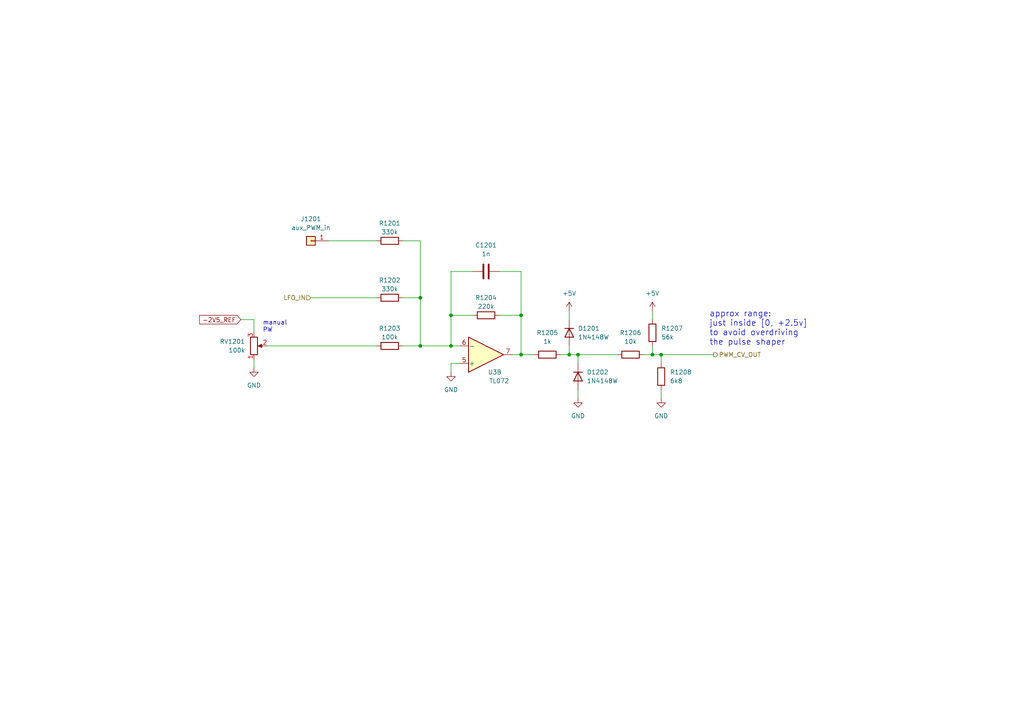
<source format=kicad_sch>
(kicad_sch (version 20211123) (generator eeschema)
  (paper "A4")
  (title_block (title "Micro-Pico Tiny Monosynth") (date "2022-08-18") (rev "0.1") (comment 1 "creativecommons.org/licences/by/4.0") (comment 2 "Licence: CC by 4.0") (comment 3 "Author: Jordan Aceto"))
  (lib_symbols
    (symbol "Amplifier_Operational:TL072" (pin_names (offset 0.127))
      (property "Reference" "U" (at 0 5.08 0))
      (property "Value" "TL072" (at 0 -5.08 0))
      (symbol "TL072_1_1"
        (polyline (pts (xy -5.08 5.08) (xy 5.08 0) (xy -5.08 -5.08) (xy -5.08 5.08)) (stroke (width 0.254)) (fill (type background)))
        (pin output line (at 7.62 0 180) (length 2.54) (name "~") (number "1"))
        (pin input line (at -7.62 -2.54 0) (length 2.54) (name "-") (number "2"))
        (pin input line (at -7.62 2.54 0) (length 2.54) (name "+") (number "3"))
      )
      (symbol "TL072_2_1"
        (polyline (pts (xy -5.08 5.08) (xy 5.08 0) (xy -5.08 -5.08) (xy -5.08 5.08)) (stroke (width 0.254)) (fill (type background)))
        (pin input line (at -7.62 2.54 0) (length 2.54) (name "+") (number "5"))
        (pin input line (at -7.62 -2.54 0) (length 2.54) (name "-") (number "6"))
        (pin output line (at 7.62 0 180) (length 2.54) (name "~") (number "7"))
      )
      (symbol "TL072_3_1"
        (pin power_in line (at -2.54 -7.62 90) (length 3.81) (name "V-") (number "4"))
        (pin power_in line (at -2.54 7.62 270) (length 3.81) (name "V+") (number "8"))
      )
    )
    (symbol "Connector_Generic:Conn_01x01" (pin_names (offset 1.016) hide)
      (property "Reference" "J" (at 0 2.54 0))
      (property "Value" "Conn_01x01" (at 0 -2.54 0))
      (symbol "Conn_01x01_1_1"
        (rectangle (start -1.27 0.127) (end 0 -0.127) (stroke (width 0.1524)))
        (rectangle (start -1.27 1.27) (end 1.27 -1.27) (stroke (width 0.254)) (fill (type background)))
        (pin passive line (at -5.08 0 0) (length 3.81) (name "Pin_1") (number "1"))
      )
    )
    (symbol "Device:C" (pin_numbers hide) (pin_names (offset 0.254))
      (property "Reference" "C" (at 0.635 2.54 0))
      (property "Value" "C" (at 0.635 -2.54 0))
      (symbol "C_0_1"
        (polyline (pts (xy -2.032 -0.762) (xy 2.032 -0.762)) (stroke (width 0.508)))
        (polyline (pts (xy -2.032 0.762) (xy 2.032 0.762)) (stroke (width 0.508)))
      )
      (symbol "C_1_1"
        (pin passive line (at 0 3.81 270) (length 2.794) (name "~") (number "1"))
        (pin passive line (at 0 -3.81 90) (length 2.794) (name "~") (number "2"))
      )
    )
    (symbol "Device:R" (pin_numbers hide) (pin_names (offset 0))
      (property "Reference" "R" (at 2.032 0 90))
      (property "Value" "R" (at 0 0 90))
      (symbol "R_0_1"
        (rectangle (start -1.016 -2.54) (end 1.016 2.54) (stroke (width 0.254)))
      )
      (symbol "R_1_1"
        (pin passive line (at 0 3.81 270) (length 1.27) (name "~") (number "1"))
        (pin passive line (at 0 -3.81 90) (length 1.27) (name "~") (number "2"))
      )
    )
    (symbol "Device:R_Potentiometer" (pin_names (offset 1.016) hide)
      (property "Reference" "RV" (at -4.445 0 90))
      (property "Value" "R_Potentiometer" (at -2.54 0 90))
      (symbol "R_Potentiometer_0_1"
        (polyline (pts (xy 2.54 0) (xy 1.524 0)))
        (polyline (pts (xy 1.143 0) (xy 2.286 0.508) (xy 2.286 -0.508) (xy 1.143 0)) (fill (type outline)))
        (rectangle (start 1.016 2.54) (end -1.016 -2.54) (stroke (width 0.254)))
      )
      (symbol "R_Potentiometer_1_1"
        (pin passive line (at 0 3.81 270) (length 1.27) (name "1") (number "1"))
        (pin passive line (at 3.81 0 180) (length 1.27) (name "2") (number "2"))
        (pin passive line (at 0 -3.81 90) (length 1.27) (name "3") (number "3"))
      )
    )
    (symbol "Diode:1N4148W" (pin_numbers hide) (pin_names (offset 1.016) hide)
      (property "Reference" "D" (at 0 2.54 0))
      (property "Value" "1N4148W" (at 0 -2.54 0))
      (symbol "1N4148W_0_1"
        (polyline (pts (xy -1.27 1.27) (xy -1.27 -1.27)) (stroke (width 0.254)))
        (polyline (pts (xy 1.27 0) (xy -1.27 0)))
        (polyline (pts (xy 1.27 1.27) (xy 1.27 -1.27) (xy -1.27 0) (xy 1.27 1.27)) (stroke (width 0.254)))
      )
      (symbol "1N4148W_1_1"
        (pin passive line (at -3.81 0 0) (length 2.54) (name "K") (number "1"))
        (pin passive line (at 3.81 0 180) (length 2.54) (name "A") (number "2"))
      )
    )
    (symbol "power:+5V" (power) (pin_names (offset 0))
      (property "Value" "+5V" (at 0 3.556 0))
      (symbol "+5V_0_1"
        (polyline (pts (xy -0.762 1.27) (xy 0 2.54)))
        (polyline (pts (xy 0 0) (xy 0 2.54)))
        (polyline (pts (xy 0 2.54) (xy 0.762 1.27)))
      )
      (symbol "+5V_1_1"
        (pin power_in line (at 0 0 90) (length 0) hide (name "+5V") (number "1"))
      )
    )
    (symbol "power:GND" (power) (pin_names (offset 0))
      (property "Value" "GND" (at 0 -3.81 0))
      (symbol "GND_0_1"
        (polyline (pts (xy 0 0) (xy 0 -1.27) (xy 1.27 -1.27) (xy 0 -2.54) (xy -1.27 -1.27) (xy 0 -1.27)))
      )
      (symbol "GND_1_1"
        (pin power_in line (at 0 0 270) (length 0) hide (name "GND") (number "1"))
      )
    )
  )
  (junction (at 121.92 100.33))
  (junction (at 191.77 102.87))
  (junction (at 151.13 102.87))
  (junction (at 165.1 102.87))
  (junction (at 151.13 91.44))
  (junction (at 130.81 91.44))
  (junction (at 167.64 102.87))
  (junction (at 189.23 102.87))
  (junction (at 121.92 86.36))
  (junction (at 130.81 100.33))
  (wire (pts (xy 69.85 92.71) (xy 73.66 92.71)))
  (wire (pts (xy 151.13 78.74) (xy 144.78 78.74)))
  (wire (pts (xy 116.84 86.36) (xy 121.92 86.36)))
  (wire (pts (xy 121.92 100.33) (xy 130.81 100.33)))
  (wire (pts (xy 95.25 69.85) (xy 109.22 69.85)))
  (wire (pts (xy 116.84 100.33) (xy 121.92 100.33)))
  (wire (pts (xy 130.81 78.74) (xy 130.81 91.44)))
  (wire (pts (xy 73.66 106.68) (xy 73.66 104.14)))
  (wire (pts (xy 165.1 100.33) (xy 165.1 102.87)))
  (wire (pts (xy 73.66 92.71) (xy 73.66 96.52)))
  (wire (pts (xy 77.47 100.33) (xy 109.22 100.33)))
  (wire (pts (xy 191.77 113.03) (xy 191.77 115.57)))
  (wire (pts (xy 130.81 91.44) (xy 130.81 100.33)))
  (wire (pts (xy 167.64 105.41) (xy 167.64 102.87)))
  (wire (pts (xy 151.13 102.87) (xy 151.13 91.44)))
  (wire (pts (xy 165.1 90.17) (xy 165.1 92.71)))
  (wire (pts (xy 186.69 102.87) (xy 189.23 102.87)))
  (wire (pts (xy 148.59 102.87) (xy 151.13 102.87)))
  (wire (pts (xy 121.92 69.85) (xy 121.92 86.36)))
  (wire (pts (xy 191.77 102.87) (xy 207.01 102.87)))
  (wire (pts (xy 189.23 100.33) (xy 189.23 102.87)))
  (wire (pts (xy 167.64 102.87) (xy 179.07 102.87)))
  (wire (pts (xy 189.23 90.17) (xy 189.23 92.71)))
  (wire (pts (xy 191.77 102.87) (xy 191.77 105.41)))
  (wire (pts (xy 167.64 113.03) (xy 167.64 115.57)))
  (wire (pts (xy 116.84 69.85) (xy 121.92 69.85)))
  (wire (pts (xy 137.16 91.44) (xy 130.81 91.44)))
  (wire (pts (xy 144.78 91.44) (xy 151.13 91.44)))
  (wire (pts (xy 130.81 107.95) (xy 130.81 105.41)))
  (wire (pts (xy 167.64 102.87) (xy 165.1 102.87)))
  (wire (pts (xy 90.17 86.36) (xy 109.22 86.36)))
  (wire (pts (xy 151.13 102.87) (xy 154.94 102.87)))
  (wire (pts (xy 151.13 91.44) (xy 151.13 78.74)))
  (wire (pts (xy 189.23 102.87) (xy 191.77 102.87)))
  (wire (pts (xy 165.1 102.87) (xy 162.56 102.87)))
  (wire (pts (xy 121.92 100.33) (xy 121.92 86.36)))
  (wire (pts (xy 130.81 100.33) (xy 133.35 100.33)))
  (wire (pts (xy 137.16 78.74) (xy 130.81 78.74)))
  (wire (pts (xy 130.81 105.41) (xy 133.35 105.41)))
  (text "approx range:\njust inside [0, +2.5v]\nto avoid overdriving\nthe pulse shaper" (at 205.74 100.33 0) (effects (font (size 1.7 1.7)) (justify left bottom)))
  (text "manual\nPW" (at 76.2 96.52 0) (effects (font (size 1.27 1.27)) (justify left bottom)))
  (global_label "-2V5_REF" (shape input) (at 69.85 92.71 180) (property "Intersheet References" "${INTERSHEET_REFS}" (effects hide)))
  (hierarchical_label "LFO_IN" (shape input) (at 90.17 86.36 180))
  (hierarchical_label "PWM_CV_OUT" (shape output) (at 207.01 102.87 0))
  (symbol (lib_id "Device:R") (at 191.77 109.22 180) (unit 1)
    (property "Reference" "R1208" (at 194.31 107.9499 0) (effects (justify right)))
    (property "Value" "6k8" (at 194.31 110.4899 0) (effects (justify right)))
    (property "Footprint" "Resistor_SMD:R_0603_1608Metric" (effects hide))
  )
  (symbol (lib_id "Device:R") (at 189.23 96.52 180) (unit 1)
    (property "Reference" "R1207" (at 191.77 95.2499 0) (effects (justify right)))
    (property "Value" "56k" (at 191.77 97.7899 0) (effects (justify right)))
    (property "Footprint" "Resistor_SMD:R_0603_1608Metric" (effects hide))
  )
  (symbol (lib_id "Device:R") (at 140.97 91.44 90) (unit 1)
    (property "Reference" "R1204" (at 140.97 86.36 90))
    (property "Value" "220k" (at 140.97 88.9 90))
    (property "Footprint" "Resistor_SMD:R_0603_1608Metric" (effects hide))
  )
  (symbol (lib_id "Device:R_Potentiometer") (at 73.66 100.33 0) (mirror x) (unit 1)
    (property "Reference" "RV1201" (at 71.12 99.0599 0) (effects (justify right)))
    (property "Value" "100k" (at 71.12 101.5999 0) (effects (justify right)))
    (property "Footprint" "custom_footprints:Alpha_RD901F" (effects hide))
  )
  (symbol (lib_id "power:+5V") (at 189.23 90.17 0) (unit 1)
    (property "Reference" "#PWR01206" (effects hide))
    (property "Value" "+5V" (at 189.23 85.09 0))
  )
  (symbol (lib_id "Device:R") (at 158.75 102.87 90) (unit 1)
    (property "Reference" "R1205" (at 158.75 96.52 90))
    (property "Value" "1k" (at 158.75 99.06 90))
    (property "Footprint" "Resistor_SMD:R_0603_1608Metric" (effects hide))
  )
  (symbol (lib_id "power:GND") (at 130.81 107.95 0) (unit 1)
    (property "Reference" "#PWR01203" (effects hide))
    (property "Value" "GND" (at 130.81 113.03 0))
  )
  (symbol (lib_id "Device:R") (at 113.03 69.85 90) (unit 1)
    (property "Reference" "R1201" (at 113.03 64.77 90))
    (property "Value" "330k" (at 113.03 67.31 90))
    (property "Footprint" "Resistor_SMD:R_0603_1608Metric" (effects hide))
  )
  (symbol (lib_id "Device:C") (at 140.97 78.74 90) (unit 1)
    (property "Reference" "C1201" (at 140.97 71.12 90))
    (property "Value" "1n" (at 140.97 73.66 90))
    (property "Footprint" "Capacitor_SMD:C_0603_1608Metric" (effects hide))
  )
  (symbol (lib_id "power:GND") (at 191.77 115.57 0) (unit 1)
    (property "Reference" "#PWR01207" (effects hide))
    (property "Value" "GND" (at 191.77 120.65 0))
  )
  (symbol (lib_id "power:+5V") (at 165.1 90.17 0) (unit 1)
    (property "Reference" "#PWR01204" (effects hide))
    (property "Value" "+5V" (at 165.1 85.09 0))
  )
  (symbol (lib_id "Device:R") (at 113.03 100.33 90) (unit 1)
    (property "Reference" "R1203" (at 113.03 95.25 90))
    (property "Value" "100k" (at 113.03 97.79 90))
    (property "Footprint" "Resistor_SMD:R_0603_1608Metric" (effects hide))
  )
  (symbol (lib_id "Device:R") (at 113.03 86.36 90) (unit 1)
    (property "Reference" "R1202" (at 113.03 81.28 90))
    (property "Value" "330k" (at 113.03 83.82 90))
    (property "Footprint" "Resistor_SMD:R_0603_1608Metric" (effects hide))
  )
  (symbol (lib_id "Device:R") (at 182.88 102.87 90) (unit 1)
    (property "Reference" "R1206" (at 182.88 96.52 90))
    (property "Value" "10k" (at 182.88 99.06 90))
    (property "Footprint" "Resistor_SMD:R_0603_1608Metric" (effects hide))
  )
  (symbol (lib_id "Connector_Generic:Conn_01x01") (at 90.17 69.85 0) (mirror y) (unit 1)
    (property "Reference" "J1201" (at 90.17 63.5 0))
    (property "Value" "aux_PWM_in" (at 90.17 66.04 0))
    (property "Footprint" "TestPoint:TestPoint_Keystone_5000-5004_Miniature" (effects hide))
  )
  (symbol (lib_id "power:GND") (at 73.66 106.68 0) (unit 1)
    (property "Reference" "#PWR01201" (effects hide))
    (property "Value" "GND" (at 73.66 111.76 0))
  )
  (symbol (lib_id "Diode:1N4148W") (at 165.1 96.52 270) (unit 1)
    (property "Reference" "D1201" (at 167.64 95.2499 90) (effects (justify left)))
    (property "Value" "1N4148W" (at 167.64 97.7899 90) (effects (justify left)))
    (property "Footprint" "Diode_SMD:D_SOD-123" (effects hide))
    (property "Datasheet" "https://www.vishay.com/docs/85748/1n4148w.pdf" (effects hide))
  )
  (symbol (lib_id "Amplifier_Operational:TL072") (at 140.97 102.87 0) (mirror x) (unit 2)
    (property "Reference" "U3" (at 143.51 107.95 0))
    (property "Value" "TL072" (at 144.78 110.49 0))
    (property "Footprint" "Package_SO:SOIC-8_3.9x4.9mm_P1.27mm" (effects hide))
    (property "Datasheet" "http://www.ti.com/lit/ds/symlink/tl071.pdf" (effects hide))
  )
  (symbol (lib_id "power:GND") (at 167.64 115.57 0) (unit 1)
    (property "Reference" "#PWR01205" (effects hide))
    (property "Value" "GND" (at 167.64 120.65 0))
  )
  (symbol (lib_id "Diode:1N4148W") (at 167.64 109.22 270) (unit 1)
    (property "Reference" "D1202" (at 170.18 107.9499 90) (effects (justify left)))
    (property "Value" "1N4148W" (at 170.18 110.4899 90) (effects (justify left)))
    (property "Footprint" "Diode_SMD:D_SOD-123" (effects hide))
    (property "Datasheet" "https://www.vishay.com/docs/85748/1n4148w.pdf" (effects hide))
  )
)
</source>
